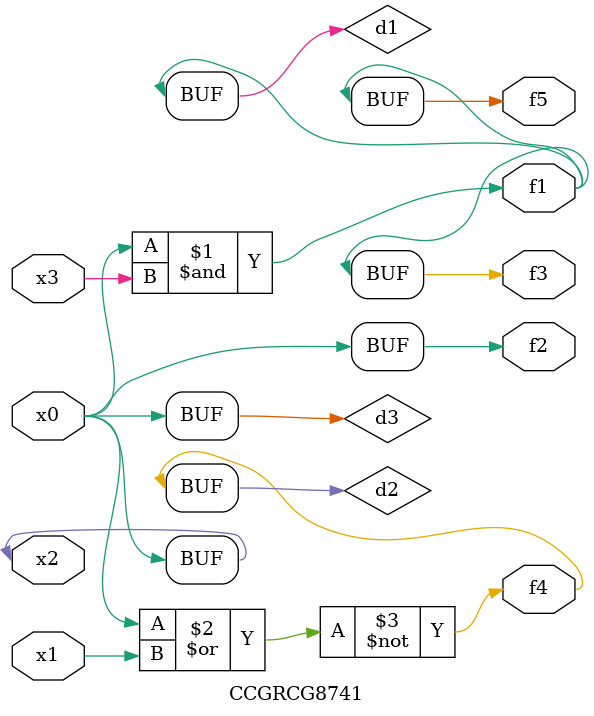
<source format=v>
module CCGRCG8741(
	input x0, x1, x2, x3,
	output f1, f2, f3, f4, f5
);

	wire d1, d2, d3;

	and (d1, x2, x3);
	nor (d2, x0, x1);
	buf (d3, x0, x2);
	assign f1 = d1;
	assign f2 = d3;
	assign f3 = d1;
	assign f4 = d2;
	assign f5 = d1;
endmodule

</source>
